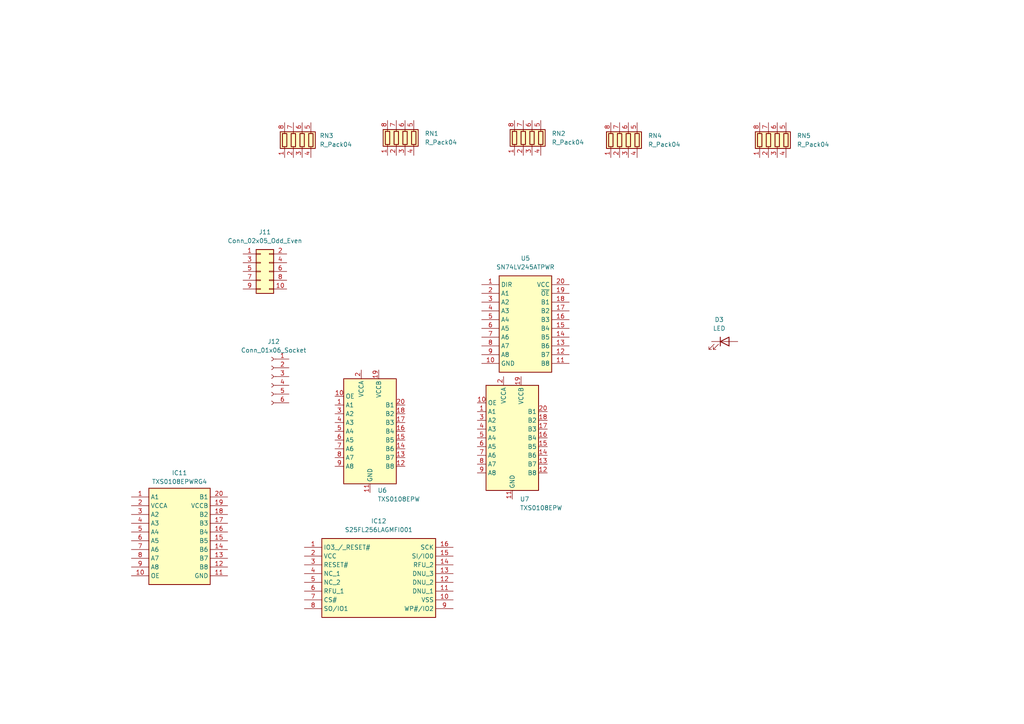
<source format=kicad_sch>
(kicad_sch (version 20230121) (generator eeschema)
  (paper "A4")
  (lib_symbols
    (symbol "Connector:Conn_01x06_Socket" (pin_names (offset 1.016) hide)
      (property "Reference" "J" (at 0 7.62 0))
      (property "Value" "Conn_01x06_Socket" (at 0 -10.16 0))
      (symbol "Conn_01x06_Socket_1_1"
        (arc (start 0 -7.112) (mid -0.5058 -7.62) (end 0 -8.128) (stroke (width 0.1524)))
        (arc (start 0 -4.572) (mid -0.5058 -5.08) (end 0 -5.588) (stroke (width 0.1524)))
        (arc (start 0 -2.032) (mid -0.5058 -2.54) (end 0 -3.048) (stroke (width 0.1524)))
        (polyline (pts (xy -1.27 -7.62) (xy -0.508 -7.62)) (stroke (width 0.1524)))
        (polyline (pts (xy -1.27 -5.08) (xy -0.508 -5.08)) (stroke (width 0.1524)))
        (polyline (pts (xy -1.27 -2.54) (xy -0.508 -2.54)) (stroke (width 0.1524)))
        (polyline (pts (xy -1.27 0) (xy -0.508 0)) (stroke (width 0.1524)))
        (polyline (pts (xy -1.27 2.54) (xy -0.508 2.54)) (stroke (width 0.1524)))
        (polyline (pts (xy -1.27 5.08) (xy -0.508 5.08)) (stroke (width 0.1524)))
        (arc (start 0 0.508) (mid -0.5058 0) (end 0 -0.508) (stroke (width 0.1524)))
        (arc (start 0 3.048) (mid -0.5058 2.54) (end 0 2.032) (stroke (width 0.1524)))
        (arc (start 0 5.588) (mid -0.5058 5.08) (end 0 4.572) (stroke (width 0.1524)))
        (pin passive line (at -5.08 5.08 0) (length 3.81) (name "Pin_1") (number "1"))
        (pin passive line (at -5.08 2.54 0) (length 3.81) (name "Pin_2") (number "2"))
        (pin passive line (at -5.08 0 0) (length 3.81) (name "Pin_3") (number "3"))
        (pin passive line (at -5.08 -2.54 0) (length 3.81) (name "Pin_4") (number "4"))
        (pin passive line (at -5.08 -5.08 0) (length 3.81) (name "Pin_5") (number "5"))
        (pin passive line (at -5.08 -7.62 0) (length 3.81) (name "Pin_6") (number "6"))
      )
    )
    (symbol "Connector_Generic:Conn_02x05_Odd_Even" (pin_names (offset 1.016) hide)
      (property "Reference" "J" (at 1.27 7.62 0))
      (property "Value" "Conn_02x05_Odd_Even" (at 1.27 -7.62 0))
      (symbol "Conn_02x05_Odd_Even_1_1"
        (rectangle (start -1.27 -4.953) (end 0 -5.207) (stroke (width 0.1524)))
        (rectangle (start -1.27 -2.413) (end 0 -2.667) (stroke (width 0.1524)))
        (rectangle (start -1.27 0.127) (end 0 -0.127) (stroke (width 0.1524)))
        (rectangle (start -1.27 2.667) (end 0 2.413) (stroke (width 0.1524)))
        (rectangle (start -1.27 5.207) (end 0 4.953) (stroke (width 0.1524)))
        (rectangle (start -1.27 6.35) (end 3.81 -6.35) (stroke (width 0.254)) (fill (type background)))
        (rectangle (start 3.81 -4.953) (end 2.54 -5.207) (stroke (width 0.1524)))
        (rectangle (start 3.81 -2.413) (end 2.54 -2.667) (stroke (width 0.1524)))
        (rectangle (start 3.81 0.127) (end 2.54 -0.127) (stroke (width 0.1524)))
        (rectangle (start 3.81 2.667) (end 2.54 2.413) (stroke (width 0.1524)))
        (rectangle (start 3.81 5.207) (end 2.54 4.953) (stroke (width 0.1524)))
        (pin passive line (at -5.08 5.08 0) (length 3.81) (name "Pin_1") (number "1"))
        (pin passive line (at 7.62 -5.08 180) (length 3.81) (name "Pin_10") (number "10"))
        (pin passive line (at 7.62 5.08 180) (length 3.81) (name "Pin_2") (number "2"))
        (pin passive line (at -5.08 2.54 0) (length 3.81) (name "Pin_3") (number "3"))
        (pin passive line (at 7.62 2.54 180) (length 3.81) (name "Pin_4") (number "4"))
        (pin passive line (at -5.08 0 0) (length 3.81) (name "Pin_5") (number "5"))
        (pin passive line (at 7.62 0 180) (length 3.81) (name "Pin_6") (number "6"))
        (pin passive line (at -5.08 -2.54 0) (length 3.81) (name "Pin_7") (number "7"))
        (pin passive line (at 7.62 -2.54 180) (length 3.81) (name "Pin_8") (number "8"))
        (pin passive line (at -5.08 -5.08 0) (length 3.81) (name "Pin_9") (number "9"))
      )
    )
    (symbol "Device:LED" (pin_numbers hide) (pin_names (offset 1.016) hide)
      (property "Reference" "D" (at 0 2.54 0))
      (property "Value" "LED" (at 0 -2.54 0))
      (symbol "LED_0_1"
        (polyline (pts (xy -1.27 -1.27) (xy -1.27 1.27)) (stroke (width 0.254)))
        (polyline (pts (xy -1.27 0) (xy 1.27 0)))
        (polyline (pts (xy 1.27 -1.27) (xy 1.27 1.27) (xy -1.27 0) (xy 1.27 -1.27)) (stroke (width 0.254)))
        (polyline (pts (xy -3.048 -0.762) (xy -4.572 -2.286) (xy -3.81 -2.286) (xy -4.572 -2.286) (xy -4.572 -1.524)))
        (polyline (pts (xy -1.778 -0.762) (xy -3.302 -2.286) (xy -2.54 -2.286) (xy -3.302 -2.286) (xy -3.302 -1.524)))
      )
      (symbol "LED_1_1"
        (pin passive line (at -3.81 0 0) (length 2.54) (name "K") (number "1"))
        (pin passive line (at 3.81 0 180) (length 2.54) (name "A") (number "2"))
      )
    )
    (symbol "Device:R_Pack04" (pin_names (offset 0) hide)
      (property "Reference" "RN" (at -7.62 0 90))
      (property "Value" "R_Pack04" (at 5.08 0 90))
      (symbol "R_Pack04_0_1"
        (rectangle (start -6.35 -2.413) (end 3.81 2.413) (stroke (width 0.254)) (fill (type background)))
        (rectangle (start -5.715 1.905) (end -4.445 -1.905) (stroke (width 0.254)))
        (rectangle (start -3.175 1.905) (end -1.905 -1.905) (stroke (width 0.254)))
        (rectangle (start -0.635 1.905) (end 0.635 -1.905) (stroke (width 0.254)))
        (polyline (pts (xy -5.08 -2.54) (xy -5.08 -1.905)))
        (polyline (pts (xy -5.08 1.905) (xy -5.08 2.54)))
        (polyline (pts (xy -2.54 -2.54) (xy -2.54 -1.905)))
        (polyline (pts (xy -2.54 1.905) (xy -2.54 2.54)))
        (polyline (pts (xy 0 -2.54) (xy 0 -1.905)))
        (polyline (pts (xy 0 1.905) (xy 0 2.54)))
        (polyline (pts (xy 2.54 -2.54) (xy 2.54 -1.905)))
        (polyline (pts (xy 2.54 1.905) (xy 2.54 2.54)))
        (rectangle (start 1.905 1.905) (end 3.175 -1.905) (stroke (width 0.254)))
      )
      (symbol "R_Pack04_1_1"
        (pin passive line (at -5.08 -5.08 90) (length 2.54) (name "R1.1") (number "1"))
        (pin passive line (at -2.54 -5.08 90) (length 2.54) (name "R2.1") (number "2"))
        (pin passive line (at 0 -5.08 90) (length 2.54) (name "R3.1") (number "3"))
        (pin passive line (at 2.54 -5.08 90) (length 2.54) (name "R4.1") (number "4"))
        (pin passive line (at 2.54 5.08 270) (length 2.54) (name "R4.2") (number "5"))
        (pin passive line (at 0 5.08 270) (length 2.54) (name "R3.2") (number "6"))
        (pin passive line (at -2.54 5.08 270) (length 2.54) (name "R2.2") (number "7"))
        (pin passive line (at -5.08 5.08 270) (length 2.54) (name "R1.2") (number "8"))
      )
    )
    (symbol "Logic_LevelTranslator:TXS0108EPW"
      (property "Reference" "U" (at -6.35 16.51 0))
      (property "Value" "TXS0108EPW" (at 3.81 16.51 0))
      (symbol "TXS0108EPW_0_1"
        (rectangle (start -7.62 15.24) (end 7.62 -15.24) (stroke (width 0.254)) (fill (type background)))
      )
      (symbol "TXS0108EPW_1_1"
        (pin bidirectional line (at -10.16 7.62 0) (length 2.54) (name "A1") (number "1"))
        (pin input line (at -10.16 10.16 0) (length 2.54) (name "OE") (number "10"))
        (pin power_in line (at 0 -17.78 90) (length 2.54) (name "GND") (number "11"))
        (pin bidirectional line (at 10.16 -10.16 180) (length 2.54) (name "B8") (number "12"))
        (pin bidirectional line (at 10.16 -7.62 180) (length 2.54) (name "B7") (number "13"))
        (pin bidirectional line (at 10.16 -5.08 180) (length 2.54) (name "B6") (number "14"))
        (pin bidirectional line (at 10.16 -2.54 180) (length 2.54) (name "B5") (number "15"))
        (pin bidirectional line (at 10.16 0 180) (length 2.54) (name "B4") (number "16"))
        (pin bidirectional line (at 10.16 2.54 180) (length 2.54) (name "B3") (number "17"))
        (pin bidirectional line (at 10.16 5.08 180) (length 2.54) (name "B2") (number "18"))
        (pin power_in line (at 2.54 17.78 270) (length 2.54) (name "VCCB") (number "19"))
        (pin power_in line (at -2.54 17.78 270) (length 2.54) (name "VCCA") (number "2"))
        (pin bidirectional line (at 10.16 7.62 180) (length 2.54) (name "B1") (number "20"))
        (pin bidirectional line (at -10.16 5.08 0) (length 2.54) (name "A2") (number "3"))
        (pin bidirectional line (at -10.16 2.54 0) (length 2.54) (name "A3") (number "4"))
        (pin bidirectional line (at -10.16 0 0) (length 2.54) (name "A4") (number "5"))
        (pin bidirectional line (at -10.16 -2.54 0) (length 2.54) (name "A5") (number "6"))
        (pin bidirectional line (at -10.16 -5.08 0) (length 2.54) (name "A6") (number "7"))
        (pin bidirectional line (at -10.16 -7.62 0) (length 2.54) (name "A7") (number "8"))
        (pin bidirectional line (at -10.16 -10.16 0) (length 2.54) (name "A8") (number "9"))
      )
    )
    (symbol "SamacSys_Parts:S25FL256LAGMFI001"
      (property "Reference" "IC" (at 39.37 7.62 0))
      (property "Value" "S25FL256LAGMFI001" (at 39.37 5.08 0))
      (symbol "S25FL256LAGMFI001_1_1"
        (rectangle (start 5.08 2.54) (end 38.1 -20.32) (stroke (width 0.254)) (fill (type background)))
        (pin passive line (at 0 0 0) (length 5.08) (name "IO3_/_RESET#") (number "1"))
        (pin passive line (at 43.18 -15.24 180) (length 5.08) (name "VSS") (number "10"))
        (pin passive line (at 43.18 -12.7 180) (length 5.08) (name "DNU_1") (number "11"))
        (pin passive line (at 43.18 -10.16 180) (length 5.08) (name "DNU_2") (number "12"))
        (pin passive line (at 43.18 -7.62 180) (length 5.08) (name "DNU_3") (number "13"))
        (pin passive line (at 43.18 -5.08 180) (length 5.08) (name "RFU_2") (number "14"))
        (pin passive line (at 43.18 -2.54 180) (length 5.08) (name "SI/IO0") (number "15"))
        (pin passive line (at 43.18 0 180) (length 5.08) (name "SCK") (number "16"))
        (pin passive line (at 0 -2.54 0) (length 5.08) (name "VCC") (number "2"))
        (pin passive line (at 0 -5.08 0) (length 5.08) (name "RESET#") (number "3"))
        (pin passive line (at 0 -7.62 0) (length 5.08) (name "NC_1") (number "4"))
        (pin passive line (at 0 -10.16 0) (length 5.08) (name "NC_2") (number "5"))
        (pin passive line (at 0 -12.7 0) (length 5.08) (name "RFU_1") (number "6"))
        (pin passive line (at 0 -15.24 0) (length 5.08) (name "CS#") (number "7"))
        (pin passive line (at 0 -17.78 0) (length 5.08) (name "SO/IO1") (number "8"))
        (pin passive line (at 43.18 -17.78 180) (length 5.08) (name "WP#/IO2") (number "9"))
      )
    )
    (symbol "SamacSys_Parts:SN74LV245ATPWR"
      (property "Reference" "IC" (at 21.59 7.62 0))
      (property "Value" "SN74LV245ATPWR" (at 21.59 5.08 0))
      (symbol "SN74LV245ATPWR_1_1"
        (rectangle (start 5.08 2.54) (end 20.32 -25.4) (stroke (width 0.254)) (fill (type background)))
        (pin passive line (at 0 0 0) (length 5.08) (name "DIR") (number "1"))
        (pin passive line (at 0 -22.86 0) (length 5.08) (name "GND") (number "10"))
        (pin passive line (at 25.4 -22.86 180) (length 5.08) (name "B8") (number "11"))
        (pin passive line (at 25.4 -20.32 180) (length 5.08) (name "B7") (number "12"))
        (pin passive line (at 25.4 -17.78 180) (length 5.08) (name "B6") (number "13"))
        (pin passive line (at 25.4 -15.24 180) (length 5.08) (name "B5") (number "14"))
        (pin passive line (at 25.4 -12.7 180) (length 5.08) (name "B4") (number "15"))
        (pin passive line (at 25.4 -10.16 180) (length 5.08) (name "B3") (number "16"))
        (pin passive line (at 25.4 -7.62 180) (length 5.08) (name "B2") (number "17"))
        (pin passive line (at 25.4 -5.08 180) (length 5.08) (name "B1") (number "18"))
        (pin passive line (at 25.4 -2.54 180) (length 5.08) (name "~{OE}") (number "19"))
        (pin passive line (at 0 -2.54 0) (length 5.08) (name "A1") (number "2"))
        (pin passive line (at 25.4 0 180) (length 5.08) (name "VCC") (number "20"))
        (pin passive line (at 0 -5.08 0) (length 5.08) (name "A2") (number "3"))
        (pin passive line (at 0 -7.62 0) (length 5.08) (name "A3") (number "4"))
        (pin passive line (at 0 -10.16 0) (length 5.08) (name "A4") (number "5"))
        (pin passive line (at 0 -12.7 0) (length 5.08) (name "A5") (number "6"))
        (pin passive line (at 0 -15.24 0) (length 5.08) (name "A6") (number "7"))
        (pin passive line (at 0 -17.78 0) (length 5.08) (name "A7") (number "8"))
        (pin passive line (at 0 -20.32 0) (length 5.08) (name "A8") (number "9"))
      )
    )
    (symbol "SamacSys_Parts:TXS0108EPWRG4"
      (property "Reference" "IC" (at 24.13 7.62 0))
      (property "Value" "TXS0108EPWRG4" (at 24.13 5.08 0))
      (symbol "TXS0108EPWRG4_1_1"
        (rectangle (start 5.08 2.54) (end 22.86 -25.4) (stroke (width 0.254)) (fill (type background)))
        (pin passive line (at 0 0 0) (length 5.08) (name "A1") (number "1"))
        (pin passive line (at 0 -22.86 0) (length 5.08) (name "OE") (number "10"))
        (pin passive line (at 27.94 -22.86 180) (length 5.08) (name "GND") (number "11"))
        (pin passive line (at 27.94 -20.32 180) (length 5.08) (name "B8") (number "12"))
        (pin passive line (at 27.94 -17.78 180) (length 5.08) (name "B7") (number "13"))
        (pin passive line (at 27.94 -15.24 180) (length 5.08) (name "B6") (number "14"))
        (pin passive line (at 27.94 -12.7 180) (length 5.08) (name "B5") (number "15"))
        (pin passive line (at 27.94 -10.16 180) (length 5.08) (name "B4") (number "16"))
        (pin passive line (at 27.94 -7.62 180) (length 5.08) (name "B3") (number "17"))
        (pin passive line (at 27.94 -5.08 180) (length 5.08) (name "B2") (number "18"))
        (pin passive line (at 27.94 -2.54 180) (length 5.08) (name "VCCB") (number "19"))
        (pin passive line (at 0 -2.54 0) (length 5.08) (name "VCCA") (number "2"))
        (pin passive line (at 27.94 0 180) (length 5.08) (name "B1") (number "20"))
        (pin passive line (at 0 -5.08 0) (length 5.08) (name "A2") (number "3"))
        (pin passive line (at 0 -7.62 0) (length 5.08) (name "A3") (number "4"))
        (pin passive line (at 0 -10.16 0) (length 5.08) (name "A4") (number "5"))
        (pin passive line (at 0 -12.7 0) (length 5.08) (name "A5") (number "6"))
        (pin passive line (at 0 -15.24 0) (length 5.08) (name "A6") (number "7"))
        (pin passive line (at 0 -17.78 0) (length 5.08) (name "A7") (number "8"))
        (pin passive line (at 0 -20.32 0) (length 5.08) (name "A8") (number "9"))
      )
    )
  )
  (symbol (lib_id "Device:R_Pack04") (at 154.305 40.005 0) (unit 1)
    (property "Reference" "RN2" (at 160.02 38.735 0) (effects (justify left)))
    (property "Value" "R_Pack04" (at 160.02 41.275 0) (effects (justify left)))
    (property "Footprint" "Resistor_SMD:R_Array_Convex_4x0612" (effects hide))
  )
  (symbol (lib_id "Connector:Conn_01x06_Socket") (at 78.74 109.22 0) (mirror y) (unit 1)
    (property "Reference" "J12" (at 79.375 99.06 0))
    (property "Value" "Conn_01x06_Socket" (at 79.375 101.6 0))
    (property "Footprint" "Connector_PinSocket_2.54mm:PinSocket_1x06_P2.54mm_Vertical" (effects hide))
  )
  (symbol (lib_id "Device:LED") (at 210.185 99.06 0) (unit 1)
    (property "Reference" "D3" (at 208.5975 92.71 0))
    (property "Value" "LED" (at 208.5975 95.25 0))
    (property "Footprint" "LED_SMD:LED_1206_3216Metric_Pad1.42x1.75mm_HandSolder" (effects hide))
  )
  (symbol (lib_id "Device:R_Pack04") (at 182.245 40.64 0) (unit 1)
    (property "Reference" "RN4" (at 187.96 39.37 0) (effects (justify left)))
    (property "Value" "R_Pack04" (at 187.96 41.91 0) (effects (justify left)))
    (property "Footprint" "Resistor_SMD:R_Array_Convex_4x0612" (effects hide))
  )
  (symbol (lib_id "Device:R_Pack04") (at 225.425 40.64 0) (unit 1)
    (property "Reference" "RN5" (at 231.14 39.37 0) (effects (justify left)))
    (property "Value" "R_Pack04" (at 231.14 41.91 0) (effects (justify left)))
    (property "Footprint" "Resistor_SMD:R_Array_Convex_4x0612" (effects hide))
  )
  (symbol (lib_id "SamacSys_Parts:SN74LV245ATPWR") (at 139.7 82.55 0) (unit 1)
    (property "Reference" "U5" (at 152.4 74.93 0))
    (property "Value" "SN74LV245ATPWR" (at 152.4 77.47 0))
    (property "Footprint" "SamacSys_Parts:SOP65P640X120-20N" (effects hide))
    (property "Datasheet" "http://www.ti.com/lit/gpn/sn74lv245at" (effects hide))
    (property "Height" "1.2" (effects hide))
    (property "Manufacturer_Name" "Texas Instruments" (effects hide))
    (property "Manufacturer_Part_Number" "SN74LV245ATPWR" (effects hide))
    (property "Mouser Part Number" "595-SN74LV245ATPWR" (effects hide))
    (property "Mouser Price/Stock" "https://www.mouser.co.uk/ProductDetail/Texas-Instruments/SN74LV245ATPWR?qs=UG%2F8xqv%2F6Wct8LgfkvHXYA%3D%3D" (effects hide))
  )
  (symbol (lib_id "Logic_LevelTranslator:TXS0108EPW") (at 148.59 127 0) (unit 1)
    (property "Reference" "U7" (at 150.7841 144.78 0) (effects (justify left)))
    (property "Value" "TXS0108EPW" (at 150.7841 147.32 0) (effects (justify left)))
    (property "Footprint" "Package_SO:TSSOP-20_4.4x6.5mm_P0.65mm" (effects hide))
    (property "Datasheet" "www.ti.com/lit/ds/symlink/txs0108e.pdf" (effects hide))
  )
  (symbol (lib_id "Connector_Generic:Conn_02x05_Odd_Even") (at 75.565 78.74 0) (unit 1)
    (property "Reference" "J11" (at 76.835 67.31 0))
    (property "Value" "Conn_02x05_Odd_Even" (at 76.835 69.85 0))
    (property "Footprint" "Connector_PinHeader_2.54mm:PinHeader_2x05_P2.54mm_Vertical" (effects hide))
  )
  (symbol (lib_id "Device:R_Pack04") (at 117.475 40.005 0) (unit 1)
    (property "Reference" "RN1" (at 123.19 38.735 0) (effects (justify left)))
    (property "Value" "R_Pack04" (at 123.19 41.275 0) (effects (justify left)))
    (property "Footprint" "Resistor_SMD:R_Array_Convex_4x0612" (effects hide))
  )
  (symbol (lib_id "Device:R_Pack04") (at 87.63 40.64 0) (unit 1)
    (property "Reference" "RN3" (at 92.71 39.37 0) (effects (justify left)))
    (property "Value" "R_Pack04" (at 92.71 41.91 0) (effects (justify left)))
    (property "Footprint" "Resistor_SMD:R_Array_Convex_4x0612" (effects hide))
  )
  (symbol (lib_id "SamacSys_Parts:TXS0108EPWRG4") (at 38.1 144.145 0) (unit 1)
    (property "Reference" "IC11" (at 52.07 137.16 0))
    (property "Value" "TXS0108EPWRG4" (at 52.07 139.7 0))
    (property "Footprint" "SamacSys_Parts:SOP65P640X120-20N" (effects hide))
    (property "Datasheet" "https://www.ti.com/lit/ds/symlink/txs0108e.pdf?ts=1617786399489&ref_url=https%253A%252F%252Fyellow-search.com%252F" (effects hide))
    (property "Height" "1.2" (effects hide))
    (property "Manufacturer_Name" "Texas Instruments" (effects hide))
    (property "Manufacturer_Part_Number" "TXS0108EPWRG4" (effects hide))
    (property "Mouser Part Number" "595-TXS0108EPWRG4" (effects hide))
    (property "Mouser Price/Stock" "https://www.mouser.co.uk/ProductDetail/Texas-Instruments/TXS0108EPWRG4?qs=wkx8pu8tL7LKCwSiM1j4%252Bw%3D%3D" (effects hide))
    (property "Arrow Part Number" "TXS0108EPWRG4" (effects hide))
    (property "Arrow Price/Stock" "https://www.arrow.com/en/products/txs0108epwrg4/texas-instruments" (effects hide))
  )
  (symbol (lib_id "Logic_LevelTranslator:TXS0108EPW") (at 107.315 125.095 0) (unit 1)
    (property "Reference" "U6" (at 109.5091 142.24 0) (effects (justify left)))
    (property "Value" "TXS0108EPW" (at 109.5091 144.78 0) (effects (justify left)))
    (property "Footprint" "Package_SO:TSSOP-20_4.4x6.5mm_P0.65mm" (effects hide))
    (property "Datasheet" "www.ti.com/lit/ds/symlink/txs0108e.pdf" (effects hide))
  )
  (symbol (lib_id "SamacSys_Parts:S25FL256LAGMFI001") (at 88.265 158.75 0) (unit 1)
    (property "Reference" "IC12" (at 109.855 151.13 0))
    (property "Value" "S25FL256LAGMFI001" (at 109.855 153.67 0))
    (property "Footprint" "SamacSys_Parts:SOIC127P1030X265-16N" (effects hide))
    (property "Datasheet" "https://www.cypress.com/file/316171/download" (effects hide))
    (property "Height" "2.65" (effects hide))
    (property "Manufacturer_Name" "Cypress Semiconductor" (effects hide))
    (property "Manufacturer_Part_Number" "S25FL256LAGMFI001" (effects hide))
    (property "Mouser Part Number" "727-S25FL256LAGMFI01" (effects hide))
    (property "Mouser Price/Stock" "https://www.mouser.co.uk/ProductDetail/Cypress-Semiconductor/S25FL256LAGMFI001?qs=JseWDPAoSPZ9pHwYJM%2Fc%2Fw%3D%3D" (effects hide))
    (property "Arrow Part Number" "S25FL256LAGMFI001" (effects hide))
    (property "Arrow Price/Stock" "https://www.arrow.com/en/products/s25fl256lagmfi001/cypress-semiconductor" (effects hide))
  )
)
</source>
